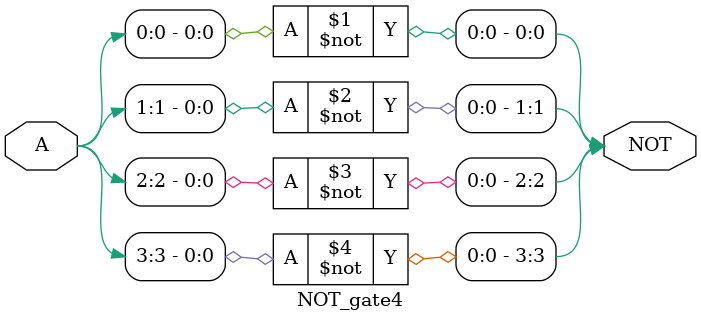
<source format=v>
`timescale 1ns / 1ps

module NOT_gate4(
input [3:0]A,
output [3:0]NOT
    );
    
    not N0(NOT[0],A[0]);
    not N1(NOT[1],A[1]);
    not N2(NOT[2],A[2]);
    not N3(NOT[3],A[3]);
 
endmodule

</source>
